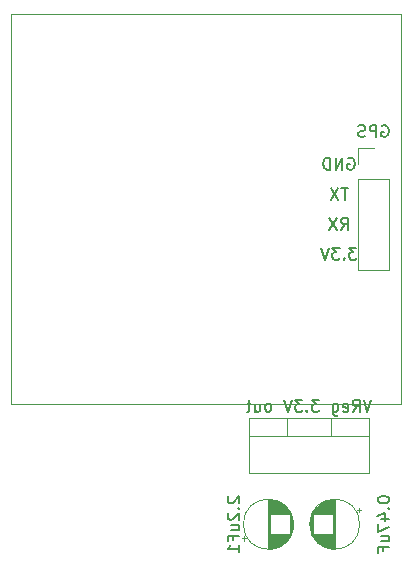
<source format=gbo>
G04 #@! TF.GenerationSoftware,KiCad,Pcbnew,(5.1.5)-3*
G04 #@! TF.CreationDate,2020-03-02T23:39:02-06:00*
G04 #@! TF.ProjectId,PMT_PCB,504d545f-5043-4422-9e6b-696361645f70,rev?*
G04 #@! TF.SameCoordinates,Original*
G04 #@! TF.FileFunction,Legend,Bot*
G04 #@! TF.FilePolarity,Positive*
%FSLAX46Y46*%
G04 Gerber Fmt 4.6, Leading zero omitted, Abs format (unit mm)*
G04 Created by KiCad (PCBNEW (5.1.5)-3) date 2020-03-02 23:39:02*
%MOMM*%
%LPD*%
G04 APERTURE LIST*
%ADD10C,0.150000*%
%ADD11C,0.120000*%
G04 APERTURE END LIST*
D10*
X156416190Y-79462380D02*
X155797142Y-79462380D01*
X156130476Y-79843333D01*
X155987619Y-79843333D01*
X155892380Y-79890952D01*
X155844761Y-79938571D01*
X155797142Y-80033809D01*
X155797142Y-80271904D01*
X155844761Y-80367142D01*
X155892380Y-80414761D01*
X155987619Y-80462380D01*
X156273333Y-80462380D01*
X156368571Y-80414761D01*
X156416190Y-80367142D01*
X155368571Y-80367142D02*
X155320952Y-80414761D01*
X155368571Y-80462380D01*
X155416190Y-80414761D01*
X155368571Y-80367142D01*
X155368571Y-80462380D01*
X154987619Y-79462380D02*
X154368571Y-79462380D01*
X154701904Y-79843333D01*
X154559047Y-79843333D01*
X154463809Y-79890952D01*
X154416190Y-79938571D01*
X154368571Y-80033809D01*
X154368571Y-80271904D01*
X154416190Y-80367142D01*
X154463809Y-80414761D01*
X154559047Y-80462380D01*
X154844761Y-80462380D01*
X154940000Y-80414761D01*
X154987619Y-80367142D01*
X154082857Y-79462380D02*
X153749523Y-80462380D01*
X153416190Y-79462380D01*
X155701904Y-71890000D02*
X155797142Y-71842380D01*
X155940000Y-71842380D01*
X156082857Y-71890000D01*
X156178095Y-71985238D01*
X156225714Y-72080476D01*
X156273333Y-72270952D01*
X156273333Y-72413809D01*
X156225714Y-72604285D01*
X156178095Y-72699523D01*
X156082857Y-72794761D01*
X155940000Y-72842380D01*
X155844761Y-72842380D01*
X155701904Y-72794761D01*
X155654285Y-72747142D01*
X155654285Y-72413809D01*
X155844761Y-72413809D01*
X155225714Y-72842380D02*
X155225714Y-71842380D01*
X154654285Y-72842380D01*
X154654285Y-71842380D01*
X154178095Y-72842380D02*
X154178095Y-71842380D01*
X153940000Y-71842380D01*
X153797142Y-71890000D01*
X153701904Y-71985238D01*
X153654285Y-72080476D01*
X153606666Y-72270952D01*
X153606666Y-72413809D01*
X153654285Y-72604285D01*
X153701904Y-72699523D01*
X153797142Y-72794761D01*
X153940000Y-72842380D01*
X154178095Y-72842380D01*
X155106666Y-77922380D02*
X155440000Y-77446190D01*
X155678095Y-77922380D02*
X155678095Y-76922380D01*
X155297142Y-76922380D01*
X155201904Y-76970000D01*
X155154285Y-77017619D01*
X155106666Y-77112857D01*
X155106666Y-77255714D01*
X155154285Y-77350952D01*
X155201904Y-77398571D01*
X155297142Y-77446190D01*
X155678095Y-77446190D01*
X154773333Y-76922380D02*
X154106666Y-77922380D01*
X154106666Y-76922380D02*
X154773333Y-77922380D01*
X155701904Y-74382380D02*
X155130476Y-74382380D01*
X155416190Y-75382380D02*
X155416190Y-74382380D01*
X154892380Y-74382380D02*
X154225714Y-75382380D01*
X154225714Y-74382380D02*
X154892380Y-75382380D01*
D11*
X150549000Y-93885000D02*
X150549000Y-95395000D01*
X154250000Y-93885000D02*
X154250000Y-95395000D01*
X157520000Y-95395000D02*
X147280000Y-95395000D01*
X147280000Y-93885000D02*
X147280000Y-98526000D01*
X157520000Y-93885000D02*
X157520000Y-98526000D01*
X157520000Y-98526000D02*
X147280000Y-98526000D01*
X157520000Y-93885000D02*
X147280000Y-93885000D01*
X127127000Y-92710000D02*
X127127000Y-59690000D01*
X160147000Y-92710000D02*
X127127000Y-92710000D01*
X157861000Y-71060000D02*
X156531000Y-71060000D01*
X156531000Y-71060000D02*
X156531000Y-72390000D01*
X156531000Y-73660000D02*
X156531000Y-81340000D01*
X159191000Y-81340000D02*
X156531000Y-81340000D01*
X159191000Y-73660000D02*
X159191000Y-81340000D01*
X159191000Y-73660000D02*
X156531000Y-73660000D01*
X160147000Y-59690000D02*
X160147000Y-92710000D01*
X127127000Y-59690000D02*
X160147000Y-59690000D01*
X146885199Y-104265000D02*
X146885199Y-103865000D01*
X146685199Y-104065000D02*
X147085199Y-104065000D01*
X151036000Y-103240000D02*
X151036000Y-102500000D01*
X150996000Y-103407000D02*
X150996000Y-102333000D01*
X150956000Y-103534000D02*
X150956000Y-102206000D01*
X150916000Y-103638000D02*
X150916000Y-102102000D01*
X150876000Y-103729000D02*
X150876000Y-102011000D01*
X150836000Y-103810000D02*
X150836000Y-101930000D01*
X150796000Y-103883000D02*
X150796000Y-101857000D01*
X150756000Y-102030000D02*
X150756000Y-101790000D01*
X150756000Y-103950000D02*
X150756000Y-103710000D01*
X150716000Y-102030000D02*
X150716000Y-101728000D01*
X150716000Y-104012000D02*
X150716000Y-103710000D01*
X150676000Y-102030000D02*
X150676000Y-101670000D01*
X150676000Y-104070000D02*
X150676000Y-103710000D01*
X150636000Y-102030000D02*
X150636000Y-101616000D01*
X150636000Y-104124000D02*
X150636000Y-103710000D01*
X150596000Y-102030000D02*
X150596000Y-101566000D01*
X150596000Y-104174000D02*
X150596000Y-103710000D01*
X150556000Y-102030000D02*
X150556000Y-101519000D01*
X150556000Y-104221000D02*
X150556000Y-103710000D01*
X150516000Y-102030000D02*
X150516000Y-101474000D01*
X150516000Y-104266000D02*
X150516000Y-103710000D01*
X150476000Y-102030000D02*
X150476000Y-101432000D01*
X150476000Y-104308000D02*
X150476000Y-103710000D01*
X150436000Y-102030000D02*
X150436000Y-101392000D01*
X150436000Y-104348000D02*
X150436000Y-103710000D01*
X150396000Y-102030000D02*
X150396000Y-101354000D01*
X150396000Y-104386000D02*
X150396000Y-103710000D01*
X150356000Y-102030000D02*
X150356000Y-101318000D01*
X150356000Y-104422000D02*
X150356000Y-103710000D01*
X150316000Y-102030000D02*
X150316000Y-101283000D01*
X150316000Y-104457000D02*
X150316000Y-103710000D01*
X150276000Y-102030000D02*
X150276000Y-101251000D01*
X150276000Y-104489000D02*
X150276000Y-103710000D01*
X150236000Y-102030000D02*
X150236000Y-101220000D01*
X150236000Y-104520000D02*
X150236000Y-103710000D01*
X150196000Y-102030000D02*
X150196000Y-101190000D01*
X150196000Y-104550000D02*
X150196000Y-103710000D01*
X150156000Y-102030000D02*
X150156000Y-101162000D01*
X150156000Y-104578000D02*
X150156000Y-103710000D01*
X150116000Y-102030000D02*
X150116000Y-101135000D01*
X150116000Y-104605000D02*
X150116000Y-103710000D01*
X150076000Y-102030000D02*
X150076000Y-101110000D01*
X150076000Y-104630000D02*
X150076000Y-103710000D01*
X150036000Y-102030000D02*
X150036000Y-101085000D01*
X150036000Y-104655000D02*
X150036000Y-103710000D01*
X149996000Y-102030000D02*
X149996000Y-101062000D01*
X149996000Y-104678000D02*
X149996000Y-103710000D01*
X149956000Y-102030000D02*
X149956000Y-101040000D01*
X149956000Y-104700000D02*
X149956000Y-103710000D01*
X149916000Y-102030000D02*
X149916000Y-101019000D01*
X149916000Y-104721000D02*
X149916000Y-103710000D01*
X149876000Y-102030000D02*
X149876000Y-101000000D01*
X149876000Y-104740000D02*
X149876000Y-103710000D01*
X149836000Y-102030000D02*
X149836000Y-100981000D01*
X149836000Y-104759000D02*
X149836000Y-103710000D01*
X149796000Y-102030000D02*
X149796000Y-100963000D01*
X149796000Y-104777000D02*
X149796000Y-103710000D01*
X149756000Y-102030000D02*
X149756000Y-100946000D01*
X149756000Y-104794000D02*
X149756000Y-103710000D01*
X149716000Y-102030000D02*
X149716000Y-100930000D01*
X149716000Y-104810000D02*
X149716000Y-103710000D01*
X149676000Y-102030000D02*
X149676000Y-100916000D01*
X149676000Y-104824000D02*
X149676000Y-103710000D01*
X149635000Y-102030000D02*
X149635000Y-100902000D01*
X149635000Y-104838000D02*
X149635000Y-103710000D01*
X149595000Y-102030000D02*
X149595000Y-100888000D01*
X149595000Y-104852000D02*
X149595000Y-103710000D01*
X149555000Y-102030000D02*
X149555000Y-100876000D01*
X149555000Y-104864000D02*
X149555000Y-103710000D01*
X149515000Y-102030000D02*
X149515000Y-100865000D01*
X149515000Y-104875000D02*
X149515000Y-103710000D01*
X149475000Y-102030000D02*
X149475000Y-100854000D01*
X149475000Y-104886000D02*
X149475000Y-103710000D01*
X149435000Y-102030000D02*
X149435000Y-100845000D01*
X149435000Y-104895000D02*
X149435000Y-103710000D01*
X149395000Y-102030000D02*
X149395000Y-100836000D01*
X149395000Y-104904000D02*
X149395000Y-103710000D01*
X149355000Y-102030000D02*
X149355000Y-100828000D01*
X149355000Y-104912000D02*
X149355000Y-103710000D01*
X149315000Y-102030000D02*
X149315000Y-100820000D01*
X149315000Y-104920000D02*
X149315000Y-103710000D01*
X149275000Y-102030000D02*
X149275000Y-100814000D01*
X149275000Y-104926000D02*
X149275000Y-103710000D01*
X149235000Y-102030000D02*
X149235000Y-100808000D01*
X149235000Y-104932000D02*
X149235000Y-103710000D01*
X149195000Y-102030000D02*
X149195000Y-100803000D01*
X149195000Y-104937000D02*
X149195000Y-103710000D01*
X149155000Y-102030000D02*
X149155000Y-100799000D01*
X149155000Y-104941000D02*
X149155000Y-103710000D01*
X149115000Y-104944000D02*
X149115000Y-100796000D01*
X149075000Y-104947000D02*
X149075000Y-100793000D01*
X149035000Y-104949000D02*
X149035000Y-100791000D01*
X148995000Y-104950000D02*
X148995000Y-100790000D01*
X148955000Y-104950000D02*
X148955000Y-100790000D01*
X151075000Y-102870000D02*
G75*
G03X151075000Y-102870000I-2120000J0D01*
G01*
X156695000Y-102870000D02*
G75*
G03X156695000Y-102870000I-2120000J0D01*
G01*
X154575000Y-100790000D02*
X154575000Y-104950000D01*
X154535000Y-100790000D02*
X154535000Y-104950000D01*
X154495000Y-100791000D02*
X154495000Y-104949000D01*
X154455000Y-100793000D02*
X154455000Y-104947000D01*
X154415000Y-100796000D02*
X154415000Y-104944000D01*
X154375000Y-100799000D02*
X154375000Y-102030000D01*
X154375000Y-103710000D02*
X154375000Y-104941000D01*
X154335000Y-100803000D02*
X154335000Y-102030000D01*
X154335000Y-103710000D02*
X154335000Y-104937000D01*
X154295000Y-100808000D02*
X154295000Y-102030000D01*
X154295000Y-103710000D02*
X154295000Y-104932000D01*
X154255000Y-100814000D02*
X154255000Y-102030000D01*
X154255000Y-103710000D02*
X154255000Y-104926000D01*
X154215000Y-100820000D02*
X154215000Y-102030000D01*
X154215000Y-103710000D02*
X154215000Y-104920000D01*
X154175000Y-100828000D02*
X154175000Y-102030000D01*
X154175000Y-103710000D02*
X154175000Y-104912000D01*
X154135000Y-100836000D02*
X154135000Y-102030000D01*
X154135000Y-103710000D02*
X154135000Y-104904000D01*
X154095000Y-100845000D02*
X154095000Y-102030000D01*
X154095000Y-103710000D02*
X154095000Y-104895000D01*
X154055000Y-100854000D02*
X154055000Y-102030000D01*
X154055000Y-103710000D02*
X154055000Y-104886000D01*
X154015000Y-100865000D02*
X154015000Y-102030000D01*
X154015000Y-103710000D02*
X154015000Y-104875000D01*
X153975000Y-100876000D02*
X153975000Y-102030000D01*
X153975000Y-103710000D02*
X153975000Y-104864000D01*
X153935000Y-100888000D02*
X153935000Y-102030000D01*
X153935000Y-103710000D02*
X153935000Y-104852000D01*
X153895000Y-100902000D02*
X153895000Y-102030000D01*
X153895000Y-103710000D02*
X153895000Y-104838000D01*
X153854000Y-100916000D02*
X153854000Y-102030000D01*
X153854000Y-103710000D02*
X153854000Y-104824000D01*
X153814000Y-100930000D02*
X153814000Y-102030000D01*
X153814000Y-103710000D02*
X153814000Y-104810000D01*
X153774000Y-100946000D02*
X153774000Y-102030000D01*
X153774000Y-103710000D02*
X153774000Y-104794000D01*
X153734000Y-100963000D02*
X153734000Y-102030000D01*
X153734000Y-103710000D02*
X153734000Y-104777000D01*
X153694000Y-100981000D02*
X153694000Y-102030000D01*
X153694000Y-103710000D02*
X153694000Y-104759000D01*
X153654000Y-101000000D02*
X153654000Y-102030000D01*
X153654000Y-103710000D02*
X153654000Y-104740000D01*
X153614000Y-101019000D02*
X153614000Y-102030000D01*
X153614000Y-103710000D02*
X153614000Y-104721000D01*
X153574000Y-101040000D02*
X153574000Y-102030000D01*
X153574000Y-103710000D02*
X153574000Y-104700000D01*
X153534000Y-101062000D02*
X153534000Y-102030000D01*
X153534000Y-103710000D02*
X153534000Y-104678000D01*
X153494000Y-101085000D02*
X153494000Y-102030000D01*
X153494000Y-103710000D02*
X153494000Y-104655000D01*
X153454000Y-101110000D02*
X153454000Y-102030000D01*
X153454000Y-103710000D02*
X153454000Y-104630000D01*
X153414000Y-101135000D02*
X153414000Y-102030000D01*
X153414000Y-103710000D02*
X153414000Y-104605000D01*
X153374000Y-101162000D02*
X153374000Y-102030000D01*
X153374000Y-103710000D02*
X153374000Y-104578000D01*
X153334000Y-101190000D02*
X153334000Y-102030000D01*
X153334000Y-103710000D02*
X153334000Y-104550000D01*
X153294000Y-101220000D02*
X153294000Y-102030000D01*
X153294000Y-103710000D02*
X153294000Y-104520000D01*
X153254000Y-101251000D02*
X153254000Y-102030000D01*
X153254000Y-103710000D02*
X153254000Y-104489000D01*
X153214000Y-101283000D02*
X153214000Y-102030000D01*
X153214000Y-103710000D02*
X153214000Y-104457000D01*
X153174000Y-101318000D02*
X153174000Y-102030000D01*
X153174000Y-103710000D02*
X153174000Y-104422000D01*
X153134000Y-101354000D02*
X153134000Y-102030000D01*
X153134000Y-103710000D02*
X153134000Y-104386000D01*
X153094000Y-101392000D02*
X153094000Y-102030000D01*
X153094000Y-103710000D02*
X153094000Y-104348000D01*
X153054000Y-101432000D02*
X153054000Y-102030000D01*
X153054000Y-103710000D02*
X153054000Y-104308000D01*
X153014000Y-101474000D02*
X153014000Y-102030000D01*
X153014000Y-103710000D02*
X153014000Y-104266000D01*
X152974000Y-101519000D02*
X152974000Y-102030000D01*
X152974000Y-103710000D02*
X152974000Y-104221000D01*
X152934000Y-101566000D02*
X152934000Y-102030000D01*
X152934000Y-103710000D02*
X152934000Y-104174000D01*
X152894000Y-101616000D02*
X152894000Y-102030000D01*
X152894000Y-103710000D02*
X152894000Y-104124000D01*
X152854000Y-101670000D02*
X152854000Y-102030000D01*
X152854000Y-103710000D02*
X152854000Y-104070000D01*
X152814000Y-101728000D02*
X152814000Y-102030000D01*
X152814000Y-103710000D02*
X152814000Y-104012000D01*
X152774000Y-101790000D02*
X152774000Y-102030000D01*
X152774000Y-103710000D02*
X152774000Y-103950000D01*
X152734000Y-101857000D02*
X152734000Y-103883000D01*
X152694000Y-101930000D02*
X152694000Y-103810000D01*
X152654000Y-102011000D02*
X152654000Y-103729000D01*
X152614000Y-102102000D02*
X152614000Y-103638000D01*
X152574000Y-102206000D02*
X152574000Y-103534000D01*
X152534000Y-102333000D02*
X152534000Y-103407000D01*
X152494000Y-102500000D02*
X152494000Y-103240000D01*
X156844801Y-101675000D02*
X156444801Y-101675000D01*
X156644801Y-101475000D02*
X156644801Y-101875000D01*
D10*
X157685714Y-92337380D02*
X157352380Y-93337380D01*
X157019047Y-92337380D01*
X156114285Y-93337380D02*
X156447619Y-92861190D01*
X156685714Y-93337380D02*
X156685714Y-92337380D01*
X156304761Y-92337380D01*
X156209523Y-92385000D01*
X156161904Y-92432619D01*
X156114285Y-92527857D01*
X156114285Y-92670714D01*
X156161904Y-92765952D01*
X156209523Y-92813571D01*
X156304761Y-92861190D01*
X156685714Y-92861190D01*
X155304761Y-93289761D02*
X155400000Y-93337380D01*
X155590476Y-93337380D01*
X155685714Y-93289761D01*
X155733333Y-93194523D01*
X155733333Y-92813571D01*
X155685714Y-92718333D01*
X155590476Y-92670714D01*
X155400000Y-92670714D01*
X155304761Y-92718333D01*
X155257142Y-92813571D01*
X155257142Y-92908809D01*
X155733333Y-93004047D01*
X154400000Y-92670714D02*
X154400000Y-93480238D01*
X154447619Y-93575476D01*
X154495238Y-93623095D01*
X154590476Y-93670714D01*
X154733333Y-93670714D01*
X154828571Y-93623095D01*
X154400000Y-93289761D02*
X154495238Y-93337380D01*
X154685714Y-93337380D01*
X154780952Y-93289761D01*
X154828571Y-93242142D01*
X154876190Y-93146904D01*
X154876190Y-92861190D01*
X154828571Y-92765952D01*
X154780952Y-92718333D01*
X154685714Y-92670714D01*
X154495238Y-92670714D01*
X154400000Y-92718333D01*
X153257142Y-92337380D02*
X152638095Y-92337380D01*
X152971428Y-92718333D01*
X152828571Y-92718333D01*
X152733333Y-92765952D01*
X152685714Y-92813571D01*
X152638095Y-92908809D01*
X152638095Y-93146904D01*
X152685714Y-93242142D01*
X152733333Y-93289761D01*
X152828571Y-93337380D01*
X153114285Y-93337380D01*
X153209523Y-93289761D01*
X153257142Y-93242142D01*
X152209523Y-93242142D02*
X152161904Y-93289761D01*
X152209523Y-93337380D01*
X152257142Y-93289761D01*
X152209523Y-93242142D01*
X152209523Y-93337380D01*
X151828571Y-92337380D02*
X151209523Y-92337380D01*
X151542857Y-92718333D01*
X151400000Y-92718333D01*
X151304761Y-92765952D01*
X151257142Y-92813571D01*
X151209523Y-92908809D01*
X151209523Y-93146904D01*
X151257142Y-93242142D01*
X151304761Y-93289761D01*
X151400000Y-93337380D01*
X151685714Y-93337380D01*
X151780952Y-93289761D01*
X151828571Y-93242142D01*
X150923809Y-92337380D02*
X150590476Y-93337380D01*
X150257142Y-92337380D01*
X149019047Y-93337380D02*
X149114285Y-93289761D01*
X149161904Y-93242142D01*
X149209523Y-93146904D01*
X149209523Y-92861190D01*
X149161904Y-92765952D01*
X149114285Y-92718333D01*
X149019047Y-92670714D01*
X148876190Y-92670714D01*
X148780952Y-92718333D01*
X148733333Y-92765952D01*
X148685714Y-92861190D01*
X148685714Y-93146904D01*
X148733333Y-93242142D01*
X148780952Y-93289761D01*
X148876190Y-93337380D01*
X149019047Y-93337380D01*
X147828571Y-92670714D02*
X147828571Y-93337380D01*
X148257142Y-92670714D02*
X148257142Y-93194523D01*
X148209523Y-93289761D01*
X148114285Y-93337380D01*
X147971428Y-93337380D01*
X147876190Y-93289761D01*
X147828571Y-93242142D01*
X147495238Y-92670714D02*
X147114285Y-92670714D01*
X147352380Y-92337380D02*
X147352380Y-93194523D01*
X147304761Y-93289761D01*
X147209523Y-93337380D01*
X147114285Y-93337380D01*
X158575285Y-69120000D02*
X158670523Y-69072380D01*
X158813380Y-69072380D01*
X158956238Y-69120000D01*
X159051476Y-69215238D01*
X159099095Y-69310476D01*
X159146714Y-69500952D01*
X159146714Y-69643809D01*
X159099095Y-69834285D01*
X159051476Y-69929523D01*
X158956238Y-70024761D01*
X158813380Y-70072380D01*
X158718142Y-70072380D01*
X158575285Y-70024761D01*
X158527666Y-69977142D01*
X158527666Y-69643809D01*
X158718142Y-69643809D01*
X158099095Y-70072380D02*
X158099095Y-69072380D01*
X157718142Y-69072380D01*
X157622904Y-69120000D01*
X157575285Y-69167619D01*
X157527666Y-69262857D01*
X157527666Y-69405714D01*
X157575285Y-69500952D01*
X157622904Y-69548571D01*
X157718142Y-69596190D01*
X158099095Y-69596190D01*
X157146714Y-70024761D02*
X157003857Y-70072380D01*
X156765761Y-70072380D01*
X156670523Y-70024761D01*
X156622904Y-69977142D01*
X156575285Y-69881904D01*
X156575285Y-69786666D01*
X156622904Y-69691428D01*
X156670523Y-69643809D01*
X156765761Y-69596190D01*
X156956238Y-69548571D01*
X157051476Y-69500952D01*
X157099095Y-69453333D01*
X157146714Y-69358095D01*
X157146714Y-69262857D01*
X157099095Y-69167619D01*
X157051476Y-69120000D01*
X156956238Y-69072380D01*
X156718142Y-69072380D01*
X156575285Y-69120000D01*
X145597619Y-100512857D02*
X145550000Y-100560476D01*
X145502380Y-100655714D01*
X145502380Y-100893809D01*
X145550000Y-100989047D01*
X145597619Y-101036666D01*
X145692857Y-101084285D01*
X145788095Y-101084285D01*
X145930952Y-101036666D01*
X146502380Y-100465238D01*
X146502380Y-101084285D01*
X146407142Y-101512857D02*
X146454761Y-101560476D01*
X146502380Y-101512857D01*
X146454761Y-101465238D01*
X146407142Y-101512857D01*
X146502380Y-101512857D01*
X145597619Y-101941428D02*
X145550000Y-101989047D01*
X145502380Y-102084285D01*
X145502380Y-102322380D01*
X145550000Y-102417619D01*
X145597619Y-102465238D01*
X145692857Y-102512857D01*
X145788095Y-102512857D01*
X145930952Y-102465238D01*
X146502380Y-101893809D01*
X146502380Y-102512857D01*
X145835714Y-103370000D02*
X146502380Y-103370000D01*
X145835714Y-102941428D02*
X146359523Y-102941428D01*
X146454761Y-102989047D01*
X146502380Y-103084285D01*
X146502380Y-103227142D01*
X146454761Y-103322380D01*
X146407142Y-103370000D01*
X145978571Y-104179523D02*
X145978571Y-103846190D01*
X146502380Y-103846190D02*
X145502380Y-103846190D01*
X145502380Y-104322380D01*
X146502380Y-105227142D02*
X146502380Y-104655714D01*
X146502380Y-104941428D02*
X145502380Y-104941428D01*
X145645238Y-104846190D01*
X145740476Y-104750952D01*
X145788095Y-104655714D01*
X158202380Y-100750952D02*
X158202380Y-100846190D01*
X158250000Y-100941428D01*
X158297619Y-100989047D01*
X158392857Y-101036666D01*
X158583333Y-101084285D01*
X158821428Y-101084285D01*
X159011904Y-101036666D01*
X159107142Y-100989047D01*
X159154761Y-100941428D01*
X159202380Y-100846190D01*
X159202380Y-100750952D01*
X159154761Y-100655714D01*
X159107142Y-100608095D01*
X159011904Y-100560476D01*
X158821428Y-100512857D01*
X158583333Y-100512857D01*
X158392857Y-100560476D01*
X158297619Y-100608095D01*
X158250000Y-100655714D01*
X158202380Y-100750952D01*
X159107142Y-101512857D02*
X159154761Y-101560476D01*
X159202380Y-101512857D01*
X159154761Y-101465238D01*
X159107142Y-101512857D01*
X159202380Y-101512857D01*
X158535714Y-102417619D02*
X159202380Y-102417619D01*
X158154761Y-102179523D02*
X158869047Y-101941428D01*
X158869047Y-102560476D01*
X158202380Y-102846190D02*
X158202380Y-103512857D01*
X159202380Y-103084285D01*
X158535714Y-104322380D02*
X159202380Y-104322380D01*
X158535714Y-103893809D02*
X159059523Y-103893809D01*
X159154761Y-103941428D01*
X159202380Y-104036666D01*
X159202380Y-104179523D01*
X159154761Y-104274761D01*
X159107142Y-104322380D01*
X158678571Y-105131904D02*
X158678571Y-104798571D01*
X159202380Y-104798571D02*
X158202380Y-104798571D01*
X158202380Y-105274761D01*
M02*

</source>
